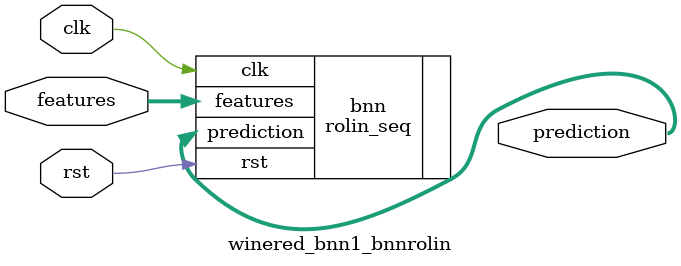
<source format=v>













module winered_bnn1_bnnrolin #(

parameter FEAT_CNT = 11,
parameter HIDDEN_CNT = 40,
parameter FEAT_BITS = 4,
parameter CLASS_CNT = 6,
parameter TEST_CNT = 1000


  ) (
  input clk,
  input rst,
  input [FEAT_CNT*FEAT_BITS-1:0] features,
  output [$clog2(CLASS_CNT)-1:0] prediction
  );

  localparam Weights0 = 440'b11101100111111100100101100110010011011110110111111101101011011000101100010011000011100010100101010010000111110001110100110011010100011010100001101110011000000011110001100111000111000000010110101110111101111111000101110110001010110011111100000101010011100101001111011101110111001010100110111000110111111000101110111100001000000011011111010111001101100001010010111011100011001101010110110010000011110100000101000110010000011100000000110011000 ;
  localparam Weights1 = 240'b101011110101010111101111010101000101111001101110110011111110010011110100100011101000101011111101111001010101001011000101101011100011011000100010000100100000001111000110100000011011100000011101001111010010001011110000001101110000010000111001 ;

  rolin_seq #(.FEAT_CNT(FEAT_CNT),.FEAT_BITS(FEAT_BITS),.HIDDEN_CNT(HIDDEN_CNT),.CLASS_CNT(CLASS_CNT),.Weights0(Weights0),.Weights1(Weights1)) bnn (
    .clk(clk),
    .rst(rst),
    .features(features),
    .prediction(prediction)
  );

endmodule

</source>
